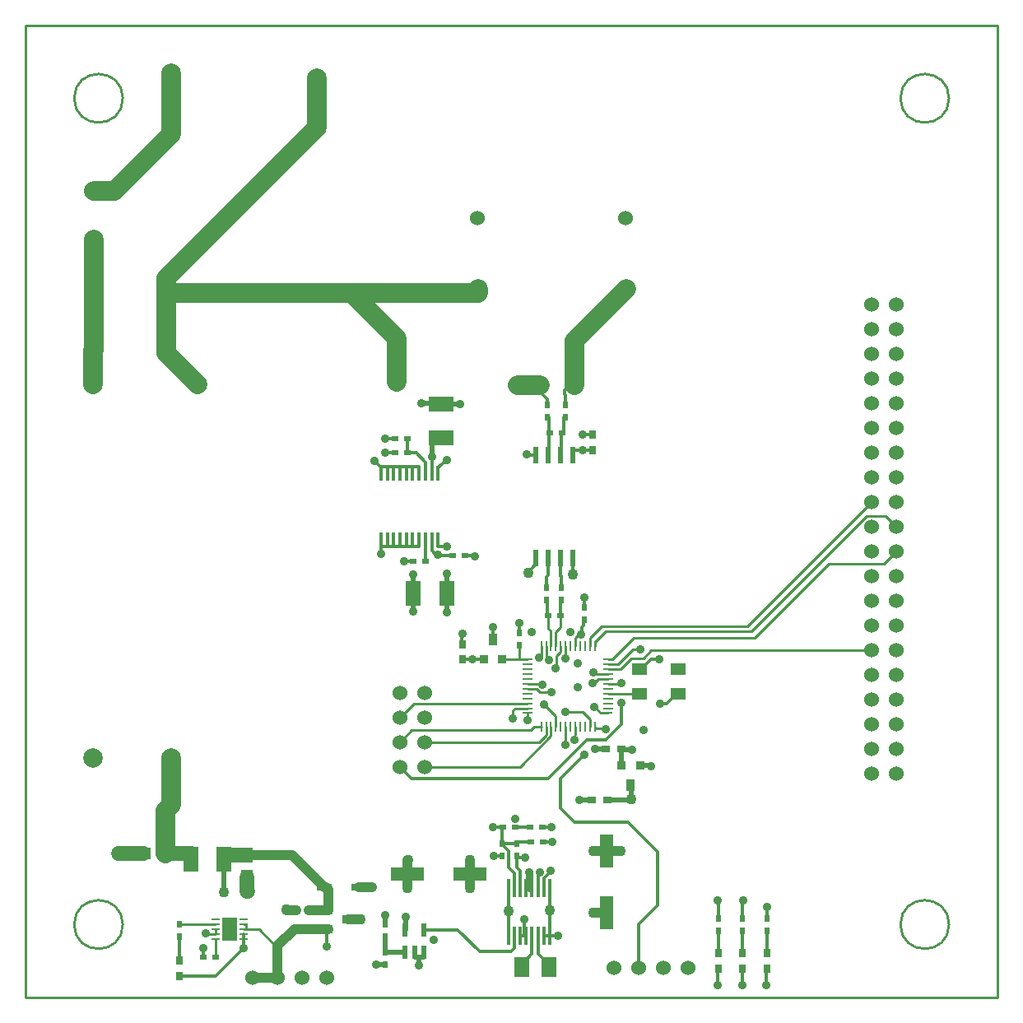
<source format=gtl>
*
*
G04 PADS VX.1.1 Build Number: 678707 generated Gerber (RS-274-X) file*
G04 PC Version=2.1*
*
%IN "opqbox2.pcb"*%
*
%MOIN*%
*
%FSLAX35Y35*%
*
*
*
*
G04 PC Standard Apertures*
*
*
G04 Thermal Relief Aperture macro.*
%AMTER*
1,1,$1,0,0*
1,0,$1-$2,0,0*
21,0,$3,$4,0,0,45*
21,0,$3,$4,0,0,135*
%
*
*
G04 Annular Aperture macro.*
%AMANN*
1,1,$1,0,0*
1,0,$2,0,0*
%
*
*
G04 Odd Aperture macro.*
%AMODD*
1,1,$1,0,0*
1,0,$1-0.005,0,0*
%
*
*
G04 PC Custom Aperture Macros*
*
*
*
*
*
*
G04 PC Aperture Table*
*
%ADD010C,0.001*%
%ADD013C,0.01*%
%ADD028C,0.06*%
%ADD033C,0.03937*%
%ADD050C,0.04331*%
%ADD073R,0.038X0.03*%
%ADD080R,0.06X0.05*%
%ADD081R,0.036X0.036*%
%ADD082R,0.036X0.05*%
%ADD085C,0.01181*%
%ADD086R,0.06X0.1*%
%ADD087R,0.025X0.02*%
%ADD093R,0.02X0.025*%
%ADD105C,0.07874*%
%ADD124C,0.0315*%
%ADD135R,0.03X0.038*%
%ADD137R,0.063X0.0275*%
%ADD138O,0.03937X0.00984*%
%ADD139R,0.03937X0.00984*%
%ADD140R,0.00984X0.03937*%
%ADD141R,0.05X0.036*%
%ADD144R,0.1X0.06*%
%ADD145R,0.13386X0.05512*%
%ADD148R,0.05512X0.13386*%
%ADD149C,0.01969*%
%ADD150C,0.05906*%
%ADD151C,0.03543*%
%ADD174C,0.00984*%
%ADD184R,0.06299X0.05118*%
%ADD185R,0.01772X0.06299*%
%ADD186R,0.02362X0.07087*%
%ADD187R,0.01181X0.07677*%
%ADD188R,0.06X0.08*%
%ADD189R,0.02362X0.05709*%
%ADD190R,0.03346X0.00984*%
%ADD191R,0.06102X0.09252*%
%ADD192R,0.05X0.06*%
*
*
*
*
G04 PC Circuitry*
G04 Layer Name opqbox2.pcb - circuitry*
%LPD*%
*
*
G04 PC Custom Flashes*
G04 Layer Name opqbox2.pcb - flashes*
%LPD*%
*
*
G04 PC Circuitry*
G04 Layer Name opqbox2.pcb - circuitry*
%LPD*%
*
G54D10*
G54D13*
G01X100000Y100000D02*
Y493701D01*
X493701*
Y100000*
X100000*
X139370Y129528D02*
G75*
G03X139370I-9842J0D01*
G01X474016D02*
G03X474016I-9843J0D01*
G01Y464173D02*
G03X474016I-9843J0D01*
G01X139370D02*
G03X139370I-9842J0D01*
G54D28*
G01X283268Y386811D03*
X343268D03*
X343110Y415748D03*
X283110D03*
X251575Y223425D03*
X261575D03*
X251575Y213425D03*
X261575D03*
X251575Y203425D03*
X261575D03*
X251575Y193425D03*
X261575D03*
X452520Y190551D03*
X442520D03*
X452520Y200551D03*
X442520D03*
X452520Y210551D03*
X442520D03*
X452520Y220551D03*
X442520D03*
X452520Y230551D03*
X442520D03*
X452520Y240551D03*
X442520D03*
X452520Y250551D03*
X442520D03*
X452520Y260551D03*
X442520D03*
X452520Y270551D03*
X442520D03*
X452520Y280551D03*
X442520D03*
X452520Y290551D03*
X442520D03*
X452520Y300551D03*
X442520D03*
X452520Y310551D03*
X442520D03*
X452520Y320551D03*
X442520D03*
X452520Y330551D03*
X442520D03*
X452520Y340551D03*
X442520D03*
X452520Y350551D03*
X442520D03*
X452520Y360551D03*
X442520D03*
X452520Y370551D03*
X442520D03*
X452520Y380551D03*
X442520D03*
X192126Y107874D03*
X202126D03*
X212126D03*
X222126D03*
X338189Y111811D03*
X348189D03*
X358189D03*
X368189D03*
G54D33*
X192126Y107874D02*
X202126D01*
X202018Y120079D02*
Y107874D01*
X202126*
X202018*
Y120911*
X208853Y127746*
X222478*
X205669Y135585D02*
Y135433D01*
X209705*
X214705D02*
X222478D01*
Y135246*
X221003Y144488D02*
X221548D01*
X222478Y143558*
Y135246*
X230478Y131496D02*
X235364D01*
Y131519*
X235755Y131528*
Y131496*
X235746D02*
X235755D01*
X234903Y144488D02*
X240453D01*
Y144465*
X279890Y144444D02*
X279921D01*
Y150000*
X329879Y134222D02*
Y134252D01*
X335433*
X189764Y157650D02*
X207841D01*
X221003Y144488*
X254724Y150000D02*
Y144444D01*
X254756*
X254724Y150000D02*
Y155557D01*
X254830*
X279890D02*
X279921D01*
Y150000*
X329879Y159431D02*
Y159449D01*
X335433*
X340991*
Y159431*
G54D50*
X180315Y142520D03*
X189852Y142864D03*
X205669Y135585D03*
X235746Y131496D03*
X254756Y144444D03*
X279890D03*
X312205Y135433D03*
X295669Y135039D03*
X329879Y134222D03*
X137795Y158268D03*
X254830Y155557D03*
X279890D03*
X329879Y159431D03*
X340991D03*
X345276Y180315D03*
X303543Y272047D03*
X321654Y271260D03*
X250394Y349213D03*
X299213Y348031D03*
G54D73*
X335580Y179921D03*
X329380D03*
X341289Y200591D03*
X335089D03*
G54D80*
X156469Y158268D03*
X147469D03*
G54D81*
X348829Y194057D03*
X341329D03*
X285620Y236848D03*
X293120D03*
X222478Y135246D03*
Y127746D03*
G54D82*
X345079Y186057D03*
X289370Y244848D03*
G54D85*
X390157Y105118D02*
Y111664D01*
X390354*
X380315Y105118D02*
Y111664D01*
X380512*
X400000Y105118D02*
Y111664D01*
X400197*
X171909Y116142D02*
X171922D01*
Y120079*
X172047*
X162205Y108711D02*
X176821D01*
X188189Y120079*
X162205Y114911D02*
Y124665D01*
X188189Y120079D02*
Y123622D01*
X188287*
Y125591*
X222047Y120472D02*
Y127746D01*
X222478*
X312205Y124902D02*
X311417D01*
X315650*
X315748Y124803*
X301969Y124902D02*
X302756D01*
X300799Y112205D02*
Y113205D01*
X305118Y117524*
Y124902*
X312205D02*
Y135433D01*
X309843Y124902D02*
X311417D01*
X307480D02*
Y117524D01*
X311799Y113205*
Y112205*
X300394Y124902D02*
X301969D01*
X295669D02*
Y135039D01*
X348189Y111811D02*
Y129685D01*
X355906Y137402*
Y159055*
X390354Y117864D02*
Y127028D01*
X380512Y117864D02*
Y127028D01*
X400197Y117864D02*
Y127028D01*
X261220Y127461D02*
X274902D01*
X283858Y118504*
X296663*
X298031Y119872*
Y124902*
X303937Y144390D02*
X305118D01*
X301956Y131708D02*
X301969Y131695D01*
Y124902*
X312205Y135433D02*
Y144390D01*
X295669Y135039D02*
Y144390D01*
X302756D02*
X303937D01*
X307480D02*
Y150000D01*
X308268Y150787*
X309843Y144390D02*
Y148157D01*
X312598Y150913*
Y151353*
X312782*
X380315Y139370D02*
X380512D01*
Y132028*
X390354D02*
Y139370D01*
X390551*
X400197Y132028D02*
Y136614D01*
X400394*
X180315Y152756D02*
X180372Y152813D01*
Y155906*
Y157650*
X289522Y157256D02*
X292913D01*
Y157343*
Y162343D02*
Y168898D01*
X293169*
X292913Y162343D02*
Y162093D01*
X295669Y159337*
Y152756*
X298031Y150394*
Y144390*
X292913Y162343D02*
X298819D01*
X309587Y162992D02*
X313386D01*
X298819Y162343D02*
Y162992D01*
X304587*
X298819Y157343D02*
Y152756D01*
X300394Y151181*
Y144390*
X298819Y157343D02*
Y156683D01*
X302206*
Y156686*
X289370Y168898D02*
X293169D01*
X313061Y168800D02*
X313780Y168819D01*
X298169Y168898D02*
X304429D01*
Y168819*
X309429D02*
X313780D01*
X316535Y176772D02*
Y188583D01*
X326378Y198425*
X316535Y176772D02*
X322441Y170866D01*
X344094*
X355906Y159055*
X251575Y193425D02*
X256417Y188583D01*
X311614*
X327362Y204331*
X335039*
X341339Y210630*
Y219291*
X318504Y202362D02*
X318701D01*
X357087Y218898D02*
X359646D01*
X363780Y223031*
X364370*
X276772Y243061D02*
Y247336D01*
X276856*
X276772Y243061D02*
X276969D01*
X281102Y237008D02*
X285620D01*
Y236848*
X289370Y244848D02*
Y250000D01*
X276969Y236861D02*
Y237008D01*
X281102*
X348622Y232874D02*
X349213D01*
X353346Y237008*
X356693*
X311024Y260886D02*
X311433D01*
Y254528*
X311476*
X311024Y265886D02*
Y270399D01*
X311673Y271048*
Y277854*
X299803Y247776D02*
Y251575D01*
X300000*
X324803Y246850D02*
X325210D01*
Y249813*
X325969Y250571*
Y253012*
X326378*
X316476Y254528D02*
X316520D01*
Y260886*
X316929*
X326378Y258012D02*
Y261811D01*
X253150Y276772D02*
X256949D01*
X254232Y285236D02*
Y282677D01*
X256791*
Y285236*
X251673D02*
Y282677D01*
X254232*
Y285236*
X249114D02*
Y282677D01*
X251673*
Y285236*
X246555D02*
Y282677D01*
X249114*
Y285236*
X243996D02*
Y282677D01*
X246555*
Y285236*
X243996D02*
Y279528D01*
X244094*
X266929Y279134D02*
Y278937D01*
X272894*
X267028Y285236D02*
Y282677D01*
X270472*
X264469Y285236D02*
Y280896D01*
X266580Y278785*
X266929Y279134*
X261909Y285236D02*
Y276772D01*
X261949*
X256791Y285236D02*
Y282677D01*
X259350*
Y285236*
X277894Y278937D02*
X281890D01*
Y278740*
X303543Y272047D02*
X306673Y275565D01*
Y277854*
X321654Y271260D02*
X321673D01*
Y277854*
X316673D02*
Y270728D01*
X316929Y270472*
Y265886*
X243996Y314665D02*
Y314961D01*
X246555*
Y312402*
X245669Y326378D02*
X249469D01*
X245669Y320472D02*
X249469D01*
X241339Y317323D02*
X243996Y314665D01*
Y312402*
X246555D02*
Y314961D01*
X249114*
Y312402D02*
Y314961D01*
Y312402*
Y314961D02*
X251673D01*
Y312402*
Y314961*
X254232*
Y312402D02*
Y314961D01*
Y312402*
Y314961D02*
X256791D01*
Y312402*
X254469Y320472D02*
X258179D01*
X261909Y316742*
Y312402*
X254469Y320472D02*
Y326378D01*
X256791Y312402D02*
Y314961D01*
X259350*
Y312402*
X264469D02*
Y318898D01*
X264567*
X267028Y312402D02*
Y314702D01*
X270472Y317717*
X302937Y319923D02*
Y319685D01*
X306673*
Y319783*
X311673D02*
X312045D01*
Y328740*
X312461*
X325591Y321654D02*
X329528D01*
Y321703*
X316673Y319783D02*
X317045D01*
Y328740*
X317461*
X321673Y319783D02*
Y321654D01*
X325591*
X268307Y326715D02*
X270136D01*
X271260Y325591*
X311417Y334902D02*
X311817D01*
Y328740*
X312461*
X318312Y345815D02*
X320529Y348031D01*
X322304*
X318312Y345815D02*
Y344174D01*
X318504Y343983*
Y339902*
X325591Y327953D02*
X329528D01*
Y327903*
X317461Y328740D02*
X318104D01*
Y334902*
X318504*
X308404Y348031D02*
Y345411D01*
X311417Y342398*
Y339902*
G54D86*
X270530Y263780D03*
X257030D03*
X166872Y155906D03*
X180372D03*
G54D87*
X272894Y278937D03*
X277894D03*
X256949Y276772D03*
X261949D03*
X311476Y254528D03*
X316476D03*
X312461Y328740D03*
X317461D03*
X254469Y326378D03*
X249469D03*
Y320472D03*
X254469D03*
X304587Y162992D03*
X309587D03*
X304429Y168819D03*
X309429D03*
X293169Y168898D03*
X298169D03*
X214705Y135433D03*
X209705D03*
X176909Y116142D03*
X171909D03*
G54D93*
X326378Y253012D03*
Y258012D03*
X380512Y132028D03*
Y127028D03*
X390354Y132028D03*
Y127028D03*
X400197Y132028D03*
Y127028D03*
X299803Y247776D03*
Y242776D03*
X311417Y339902D03*
Y334902D03*
X318504Y339902D03*
Y334902D03*
X316929Y265886D03*
Y260886D03*
X311024Y265886D03*
Y260886D03*
X298819Y157343D03*
Y162343D03*
X292913Y157343D03*
Y162343D03*
X245669Y129665D03*
Y124665D03*
Y118248D03*
Y113248D03*
X162205Y129665D03*
Y124665D03*
G54D105*
X218110Y452362D03*
Y472362D03*
X157087Y385433D03*
X127559Y375591D03*
Y426772D03*
Y407087D03*
X159055Y454331D03*
Y474331D03*
X127362Y348425D03*
X169685D03*
X158858Y196850D03*
X127362D03*
X156469Y158268D02*
Y175646D01*
X158858Y178035*
Y196850*
X127362Y348425D02*
Y361909D01*
X127559Y362106*
Y375591*
X299213Y348031D02*
X308404D01*
X322304D02*
Y365848D01*
X343268Y386811*
X127559Y375591D02*
Y407087D01*
X157087Y385433D02*
Y391339D01*
X218110Y452362*
X231890Y385433D02*
X157087D01*
Y361024*
X169685Y348425*
X231890Y385433D02*
X283268D01*
Y386811*
X231890Y385433D02*
X250394Y366929D01*
Y349213*
X127559Y426772D02*
X136033D01*
X159055Y449794*
Y454331*
Y474331*
X218110Y452362D02*
Y472362D01*
G54D124*
X303937Y144390D02*
Y150548D01*
X303974*
G54D135*
X380512Y111664D03*
Y117864D03*
X390354Y111664D03*
Y117864D03*
X400197Y111664D03*
Y117864D03*
X276969Y243061D03*
Y236861D03*
X329528Y327903D03*
Y321703D03*
X162205Y114911D03*
Y108711D03*
G54D137*
X322304Y348031D03*
X308404D03*
X221003Y144488D03*
X234903D03*
G54D138*
X336122Y215157D03*
G54D139*
Y217126D03*
Y219094D03*
Y221063D03*
Y223031D03*
Y225000D03*
Y226969D03*
Y228937D03*
Y230906D03*
Y232874D03*
Y234843D03*
Y236811D03*
X303248D03*
Y234843D03*
Y232874D03*
Y230906D03*
Y228937D03*
Y226969D03*
Y225000D03*
Y223031D03*
Y221063D03*
Y219094D03*
Y217126D03*
Y215157D03*
G54D140*
X330512Y242421D03*
X328543D03*
X326575D03*
X324606D03*
X322638D03*
X320669D03*
X318701D03*
X316732D03*
X314764D03*
X312795D03*
X310827D03*
X308858D03*
Y209547D03*
X310827D03*
X312795D03*
X314764D03*
X316732D03*
X318701D03*
X320669D03*
X322638D03*
X324606D03*
X326575D03*
X328543D03*
X330512D03*
G54D141*
X230478Y131496D03*
G54D144*
X268307Y326715D03*
Y340215D03*
G54D145*
X254724Y150000D03*
X279921D03*
G54D148*
X335433Y159449D03*
Y134252D03*
G54D149*
X242126Y113386D02*
Y113248D01*
X245669*
Y124665D02*
Y118248D01*
X253740*
Y118209*
X259449Y116339D02*
X261220D01*
Y118209*
X259449Y112992D02*
Y116339D01*
X257480Y118209D02*
Y116339D01*
X259449*
X180315Y142520D02*
Y152756D01*
X245633Y133375D02*
X245669D01*
Y129665*
X253843Y132701D02*
X253937D01*
X253740Y127461D02*
X253937D01*
Y132701*
X324409Y179921D02*
X329380D01*
X345079Y186057D02*
X345276D01*
Y180315*
X335580Y179921D02*
X345276D01*
Y180315*
X330709Y200787D02*
X335089D01*
Y200591*
X341289D02*
Y194057D01*
X341329*
X341289Y200591D02*
Y200394D01*
X345669*
X348829Y194057D02*
Y193993D01*
X353150*
Y193701*
X270472Y271654D02*
Y263780D01*
X270530*
X257087D02*
Y271260D01*
X270472Y255906D02*
Y263780D01*
X257087Y256299D02*
Y263780D01*
X257030*
X264567Y318898D02*
Y326715D01*
X268307*
X260236Y340551D02*
X268307D01*
Y340215*
Y340157*
X275984*
G54D150*
X137795Y158268D02*
X147469D01*
X156469D02*
X166872D01*
Y155906*
X180372Y157650D02*
X189764D01*
Y148650D02*
Y142864D01*
X189852*
G54D151*
X390157Y105118D03*
X380315D03*
X400000D03*
X172835Y125984D03*
X172047Y120079D03*
X188189D03*
X222047Y120472D03*
X242126Y113386D03*
X259449Y112992D03*
X265354Y123228D03*
X315748Y124803D03*
X245633Y133375D03*
X240453Y144465D03*
X253843Y132701D03*
X301956Y131708D03*
X390551Y139370D03*
X380315D03*
X400394Y136614D03*
X289522Y157256D03*
X312782Y151353D03*
X313386Y162992D03*
X308268Y150787D03*
X302206Y156686D03*
X303974Y150548D03*
X289370Y168898D03*
X313061Y168800D03*
X298216Y172291D03*
X324409Y179921D03*
X326378Y198425D03*
X318504Y202362D03*
X322441Y204331D03*
X330709Y200787D03*
X345669Y200394D03*
X353150Y193701D03*
X303150Y212205D03*
X297244Y212992D03*
X312992Y223622D03*
X310054Y218716D03*
X330315Y217717D03*
X318504Y215748D03*
X323622Y225591D03*
X341339Y219291D03*
X335039Y208661D03*
X350394Y208268D03*
X357087Y218898D03*
X281102Y237008D03*
X314465Y233173D03*
X309449Y226772D03*
X307855Y237795D03*
X311998Y236566D03*
X329921Y231496D03*
X323594Y235460D03*
X318722Y237426D03*
X329528Y227165D03*
X348819Y240945D03*
X341339Y227165D03*
X356693Y237008D03*
X270472Y255906D03*
X257087Y256299D03*
X289370Y250000D03*
X276856Y247336D03*
X305118Y248031D03*
X300000Y251575D03*
X324803Y246850D03*
X320472Y248031D03*
X326378Y261811D03*
X244094Y279528D03*
X253150Y276772D03*
X266929Y279134D03*
X270472Y271654D03*
Y282677D03*
X257087Y271260D03*
X281890Y278740D03*
X245669Y326378D03*
Y320472D03*
X241339Y317323D03*
X264567Y318898D03*
X270472Y317717D03*
X302937Y319923D03*
X325591Y321654D03*
X260236Y340551D03*
X275984Y340157D03*
X325591Y327953D03*
G54D174*
X172835Y125984D02*
Y125591D01*
X177067*
X176909Y116142D02*
X177067Y116299D01*
Y123622*
Y125591D02*
Y127559D01*
X162205Y129665D02*
X162343Y129528D01*
X177067*
X188287D02*
X189370D01*
Y127559*
X188287D02*
X194538D01*
X202018Y120079*
X188287Y127559D02*
X189370D01*
X251575Y203425D02*
X256417Y208268D01*
X304649*
X305928Y209547*
X308858*
X261575Y193425D02*
X300383D01*
X312795Y205838*
Y209547*
X261575Y203425D02*
X307864D01*
X310827Y206388*
Y209547*
X318701Y202362D02*
Y209547D01*
X322441Y204331D02*
X322638Y208071D01*
Y209547*
X251575Y213425D02*
X257244Y219094D01*
X303248*
X303150Y212205D02*
Y215157D01*
X303248*
X297244Y212992D02*
Y216142D01*
X298228Y217126*
X303248*
X310054Y218716D02*
X313780Y214961D01*
X314764Y213976*
Y209547*
X303248Y225000D02*
X306890D01*
X308268Y223622*
X312992*
X330315Y217717D02*
X332874Y215157D01*
X336122*
X318504Y215748D02*
X325591D01*
X328543Y212795*
Y209547*
X330512D02*
Y209044D01*
X335039*
Y208661*
X336122Y223031D02*
X348622D01*
X294920Y236821D02*
X293701Y236811D01*
X300000*
X293120Y236848D02*
X294920Y236821D01*
X300000Y236811D02*
X303248D01*
X314465Y233173D02*
X314961D01*
Y238164*
X316732Y239936*
Y242421*
X307855Y237795D02*
X308858Y238798D01*
Y242421*
X299803Y242776D02*
X300000D01*
Y236811*
X303248Y226969D02*
X309449D01*
Y226772*
X310827Y242421D02*
Y237738D01*
X311998Y236566*
X314764Y242421D02*
Y248102D01*
X316476Y249815*
Y254528*
X329921Y231496D02*
Y230985D01*
X330001Y230906*
X336122*
X329528Y227165D02*
X329851Y226842D01*
X329851D02*
X331945Y228937D01*
X336122*
X318701Y242421D02*
Y237008D01*
X318722*
Y237426*
X322638Y242421D02*
Y245580D01*
X323908Y246850*
X324803*
X328543Y242421D02*
Y245580D01*
X333357Y250394*
X392362*
X442520Y300551*
X330512Y242421D02*
Y243898D01*
X335039Y248425*
X394094*
X440551Y294882*
X448189*
X452520Y290551*
X336122Y236811D02*
X337598D01*
X346457Y245669*
X395276*
X425197Y275591*
X447559*
X452520Y280551*
X336122Y234843D02*
X339960D01*
X346062Y240945*
X348819*
X336122Y232874D02*
X340800D01*
X345328Y237402*
X350197*
X353346Y240551*
X442520*
X336122Y226969D02*
X341339D01*
Y227165*
X311476Y254528D02*
Y249547D01*
X312795Y248228*
Y242421*
G54D184*
X364370Y232874D03*
X348622D03*
Y223031D03*
X364370D03*
G54D185*
X243996Y285236D03*
X246555D03*
X249114D03*
X251673D03*
X254232D03*
X256791D03*
X259350D03*
X261909D03*
X264469D03*
X267028D03*
Y312402D03*
X264469D03*
X261909D03*
X259350D03*
X256791D03*
X254232D03*
X251673D03*
X249114D03*
X246555D03*
X243996D03*
G54D186*
X321673Y319783D03*
X316673D03*
X311673D03*
X306673D03*
Y277854D03*
X311673D03*
X316673D03*
X321673D03*
G54D187*
X295669Y124902D03*
X298031D03*
X300394D03*
X302756D03*
X305118D03*
X307480D03*
X309843D03*
X312205D03*
Y144390D03*
X309843D03*
X307480D03*
X305118D03*
X302756D03*
X300394D03*
X298031D03*
X295669D03*
G54D188*
X300799Y112205D03*
X311799D03*
G54D189*
X253740Y118209D03*
X257480D03*
X261220D03*
Y127461D03*
X253740D03*
G54D190*
X188287Y123622D03*
Y125591D03*
Y127559D03*
Y129528D03*
Y131496D03*
X177067D03*
Y129528D03*
Y127559D03*
Y125591D03*
Y123622D03*
G54D191*
X182677Y127559D03*
G54D192*
X189764Y157650D03*
Y148650D03*
G74*
X0Y0D02*
M02*

</source>
